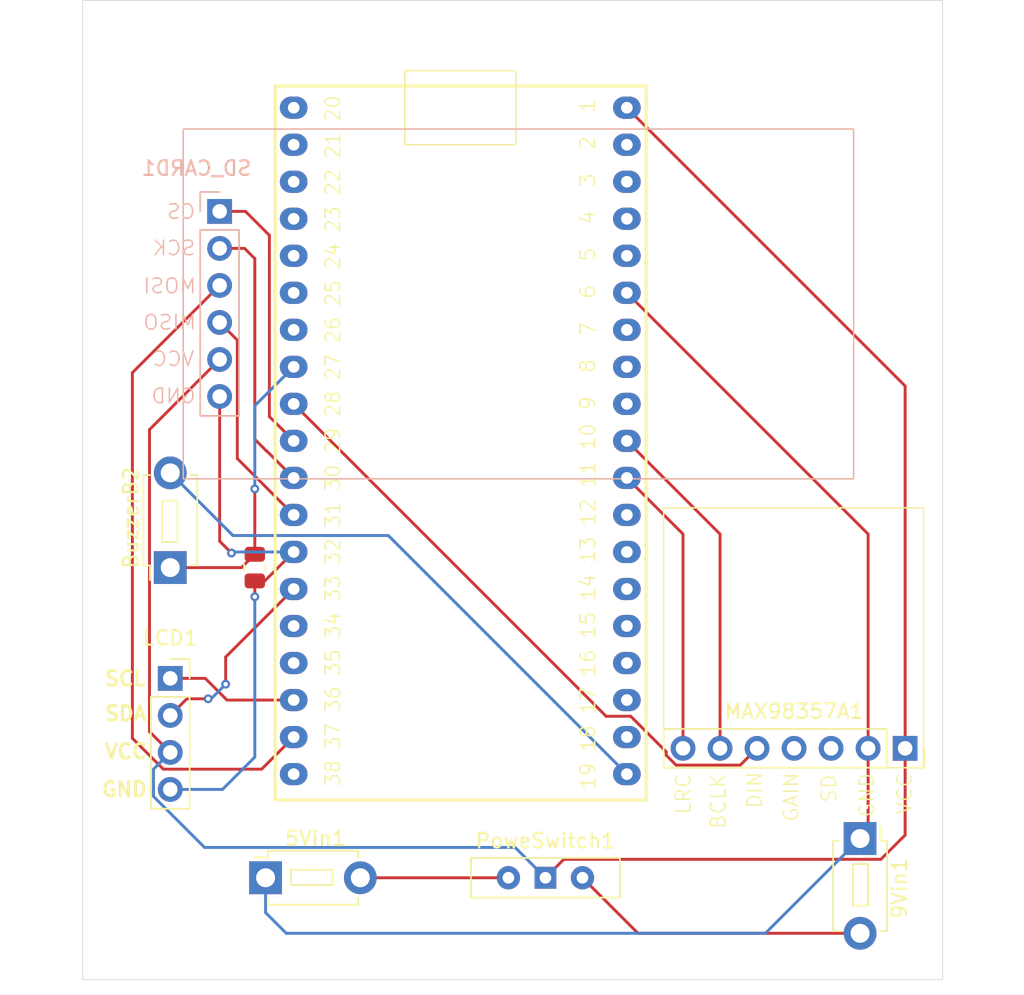
<source format=kicad_pcb>
(kicad_pcb (version 20241229) (generator "pcbnew") (generator_version "9.0")
  (layers (0 "F.Cu" signal) (2 "B.Cu" signal) (13 "F.Paste" user) (15 "B.Paste" user) (5 "F.SilkS" user "F.Silkscreen") (7 "B.SilkS" user "B.Silkscreen") (1 "F.Mask" user) (3 "B.Mask" user) (25 "Edge.Cuts" user))
  (net 0 "")
  (net 1 "Net-(MAX98357A1-Pin_6)")
  (net 2 "Net-(PoweSwitch1-C)")
  (net 3 "Net-(PoweSwitch1-A)")
  (net 4 "Net-(U1-GPIO16)")
  (net 10 "Net-(U1-3.3v)")
  (net 15 "Net-(LCD1-Pin_1)")
  (net 17 "Net-(LCD1-Pin_3)")
  (net 18 "Net-(LCD1-Pin_2)")
  (net 20 "Net-(LCD1-Pin_4)")
  (net 30 "Net-(SD_CARD1-Pin_2)")
  (net 31 "Net-(MAX98357A1-Pin_1)")
  (net 32 "Net-(MAX98357A1-Pin_3)")
  (net 33 "Net-(MAX98357A1-Pin_2)")
  (net 34 "Net-(SD_CARD1-Pin_3)")
  (net 37 "Net-(SD_CARD1-Pin_1)")
  (net 38 "Net-(SD_CARD1-Pin_4)")
  (footprint "MountingHole:MountingHole_3.2mm_M3" (layer "F.Cu") (at 178.308 75.692)
    (property "Reference" "REF**" (hide yes))
    (property "Value" "MountingHole_3.2mm_M3")
    (pad "" np_thru_hole circle (at 0 0) (size 3.2 3.2) (drill 3.2) (layers "*.Cu" "*.Mask"))
  )
  (footprint "Button_Switch_THT:SW_Slide-03_Wuerth-WS-SLTV_10x2.5x6.4_P2.54mm" (layer "F.Cu") (at 154.94 132.08)
    (property "Reference" "PoweSwitch1" (at 0 -2.54 0) (layer "F.SilkS"))
    (property "Value" "SPDT")
    (fp_rect (start -5.11 -1.36) (end 5.11 1.36) (stroke (width 0.12)) (fill no) (layer "F.SilkS"))
    (pad "1" thru_hole rect (at 0 0) (size 1.5 1.5) (drill 0.8) (layers "*.Cu" "*.Mask") (net 17 "Net-(LCD1-Pin_3)"))
    (pad "2" thru_hole circle (at -2.54 0) (size 1.6 1.6) (drill 0.8) (layers "*.Cu" "*.Mask") (net 2 "Net-(PoweSwitch1-C)"))
    (pad "3" thru_hole circle (at 2.54 0) (size 1.6 1.6) (drill 0.8) (layers "*.Cu" "*.Mask") (net 3 "Net-(PoweSwitch1-A)"))
  )
  (footprint "Button_Switch_THT:SW_PUSH_1P1T_6x3.5mm_H4.3_APEM_MJTP1243" (layer "F.Cu") (at 176.53 129.39 -90)
    (property "Reference" "9Vin1" (at 3.42 -2.7 90) (layer "F.SilkS"))
    (property "Value" "Power")
    (fp_line (start 0.15 1.85) (end 6.35 1.85) (stroke (width 0.12)) (layer "F.SilkS"))
    (fp_line (start 0.15 1.39) (end 0.15 1.85) (stroke (width 0.12)) (layer "F.SilkS"))
    (fp_line (start 6.35 1.39) (end 6.35 1.85) (stroke (width 0.12)) (layer "F.SilkS"))
    (fp_line (start 0.15 -1.39) (end -0.85 -1.39) (stroke (width 0.12)) (layer "F.SilkS"))
    (fp_line (start 0.15 -1.85) (end 0.15 -1.39) (stroke (width 0.12)) (layer "F.SilkS"))
    (fp_line (start 6.35 -1.85) (end 6.35 -1.39) (stroke (width 0.12)) (layer "F.SilkS"))
    (fp_line (start 6.35 -1.85) (end 0.15 -1.85) (stroke (width 0.12)) (layer "F.SilkS"))
    (fp_rect (start 1.75 -0.55) (end 4.6 0.5) (stroke (width 0.12)) (fill no) (layer "F.SilkS"))
    (pad "1" thru_hole rect (at 0 0) (size 2.25 2.25) (drill 1.3) (layers "*.Cu" "*.Mask") (net 1 "Net-(MAX98357A1-Pin_6)"))
    (pad "2" thru_hole circle (at 6.5 0) (size 2.25 2.25) (drill 1.3) (layers "*.Cu" "*.Mask") (net 3 "Net-(PoweSwitch1-A)"))
  )
  (footprint "MountingHole:MountingHole_3.2mm_M3" (layer "F.Cu") (at 127 135.128)
    (property "Reference" "REF**" (hide yes))
    (property "Value" "MountingHole_3.2mm_M3")
    (pad "" np_thru_hole circle (at 0 0) (size 3.2 3.2) (drill 3.2) (layers "*.Cu" "*.Mask"))
  )
  (footprint "MyComponents:MAX98357A" (layer "F.Cu") (at 164.38 123.2 90)
    (property "Reference" "MAX98357A1" (at 2.54 7.62 0) (layer "F.SilkS"))
    (property "Value" "LRBCDIGASDGV" (hide yes))
    (fp_line (start 1.33 -1.33) (end -1.33 -1.33) (stroke (width 0.12)) (layer "F.SilkS"))
    (fp_line (start 1.33 13.97) (end 1.33 -1.33) (stroke (width 0.12)) (layer "F.SilkS"))
    (fp_line (start 1.33 13.97) (end -1.33 13.97) (stroke (width 0.12)) (layer "F.SilkS"))
    (fp_line (start -1.33 13.97) (end -1.33 -1.33) (stroke (width 0.12)) (layer "F.SilkS"))
    (fp_line (start 0 16.57) (end -1.33 16.57) (stroke (width 0.12)) (layer "F.SilkS"))
    (fp_line (start -1.33 16.57) (end -1.33 15.24) (stroke (width 0.12)) (layer "F.SilkS"))
    (fp_rect (start -1.33 -1.33) (end 16.5 16.5) (stroke (width 0.1)) (fill no) (layer "F.SilkS"))
    (fp_text user "SD" (at -3.8 10.6 90) (layer "F.SilkS") (effects (font (thickness 0.1)) (justify left bottom)))
    (fp_text user "BCLK" (at -5.6 3 90) (layer "F.SilkS") (effects (font (thickness 0.1)) (justify left bottom)))
    (fp_text user "VCC" (at -4.6 15.8 90) (layer "F.SilkS") (effects (font (thickness 0.1)) (justify left bottom)))
    (fp_text user "LRC" (at -4.6 0.6 90) (layer "F.SilkS") (effects (font (thickness 0.1)) (justify left bottom)))
    (fp_text user "GND" (at -4.8 13.2 90) (layer "F.SilkS") (effects (font (thickness 0.1)) (justify left bottom)))
    (fp_text user "DIN" (at -4.2 5.5 90) (layer "F.SilkS") (effects (font (thickness 0.1)) (justify left bottom)))
    (fp_text user "GAIN" (at -5.1 8 90) (layer "F.SilkS") (effects (font (thickness 0.1)) (justify left bottom)))
    (pad "1" thru_hole circle (at 0 0 270) (size 1.7 1.7) (drill 1) (layers "*.Cu" "*.Mask") (net 31 "Net-(MAX98357A1-Pin_1)"))
    (pad "2" thru_hole circle (at 0 2.54 270) (size 1.7 1.7) (drill 1) (layers "*.Cu" "*.Mask") (net 33 "Net-(MAX98357A1-Pin_2)"))
    (pad "3" thru_hole circle (at 0 5.08 270) (size 1.7 1.7) (drill 1) (layers "*.Cu" "*.Mask") (net 32 "Net-(MAX98357A1-Pin_3)"))
    (pad "4" thru_hole circle (at 0 7.62 270) (size 1.7 1.7) (drill 1) (layers "*.Cu" "*.Mask"))
    (pad "5" thru_hole circle (at 0 10.16 270) (size 1.7 1.7) (drill 1) (layers "*.Cu" "*.Mask"))
    (pad "6" thru_hole circle (at 0 12.7 270) (size 1.7 1.7) (drill 1) (layers "*.Cu" "*.Mask") (net 1 "Net-(MAX98357A1-Pin_6)"))
    (pad "7" thru_hole rect (at 0 15.24 270) (size 1.7 1.7) (drill 1) (layers "*.Cu" "*.Mask") (net 17 "Net-(LCD1-Pin_3)"))
  )
  (footprint "Resistor_SMD:R_0805_2012Metric" (layer "F.Cu") (at 135 110.8 -90)
    (property "Reference" "R9" (hide yes))
    (property "Value" "220R")
    (fp_line (start -0.227064 0.735) (end 0.227064 0.735) (stroke (width 0.12)) (layer "F.SilkS"))
    (fp_line (start -0.227064 -0.735) (end 0.227064 -0.735) (stroke (width 0.12)) (layer "F.SilkS"))
    (pad "1" smd roundrect (at -0.9125 0 270) (size 1.025 1.4) (layers "F.Cu" "F.Mask" "F.Paste") (roundrect_rratio 0.243902) (net 4 "Net-(U1-GPIO16)"))
    (pad "2" smd roundrect (at 0.9125 0 270) (size 1.025 1.4) (layers "F.Cu" "F.Mask" "F.Paste") (roundrect_rratio 0.243902) (net 20 "Net-(LCD1-Pin_4)"))
  )
  (footprint "Connector_PinSocket_2.54mm:PinSocket_1x04_P2.54mm_Vertical" (layer "F.Cu") (at 129.2 118.4)
    (property "Reference" "LCD1" (at 0 -2.77 0) (layer "F.SilkS"))
    (property "Value" "SCSDVG")
    (fp_line (start -1.33 1.27) (end -1.33 8.95) (stroke (width 0.12)) (layer "F.SilkS"))
    (fp_line (start -1.33 1.27) (end 1.33 1.27) (stroke (width 0.12)) (layer "F.SilkS"))
    (fp_line (start -1.33 8.95) (end 1.33 8.95) (stroke (width 0.12)) (layer "F.SilkS"))
    (fp_line (start 0 -1.33) (end 1.33 -1.33) (stroke (width 0.12)) (layer "F.SilkS"))
    (fp_line (start 1.33 -1.33) (end 1.33 0) (stroke (width 0.12)) (layer "F.SilkS"))
    (fp_line (start 1.33 1.27) (end 1.33 8.95) (stroke (width 0.12)) (layer "F.SilkS"))
    (pad "1" thru_hole rect (at 0 0) (size 1.7 1.7) (drill 1) (layers "*.Cu" "*.Mask") (net 15 "Net-(LCD1-Pin_1)"))
    (pad "2" thru_hole circle (at 0 2.54) (size 1.7 1.7) (drill 1) (layers "*.Cu" "*.Mask") (net 18 "Net-(LCD1-Pin_2)"))
    (pad "3" thru_hole circle (at 0 5.08) (size 1.7 1.7) (drill 1) (layers "*.Cu" "*.Mask") (net 17 "Net-(LCD1-Pin_3)"))
    (pad "4" thru_hole circle (at 0 7.62) (size 1.7 1.7) (drill 1) (layers "*.Cu" "*.Mask") (net 20 "Net-(LCD1-Pin_4)"))
  )
  (footprint "ESP32:ESP32_38pin" (layer "F.Cu") (at 148.984183 102.273111 180)
    (property "Reference" "U1" (hide yes))
    (property "Value" "~" (hide yes))
    (fp_rect (start -3.923817 20.485111) (end 3.696183 25.565111) (stroke (width 0.1)) (fill no) (layer "F.SilkS"))
    (fp_rect (start -12.865114 -24.470004) (end 12.586183 24.521298) (stroke (width 0.2)) (fill no) (layer "F.SilkS"))
    (fp_text user "38 37 36 35 34 33 32 31 30 29 28 27 26 25 24 23 22 21 20" (at 8.040472 -23.602831 90) (layer "F.SilkS") (effects (font (size 1 0.95) (thickness 0.1)) (justify left bottom)))
    (fp_text user "19 18 17 16 15 14 13 12 11 10" (at -9.456926 -23.821627 90) (layer "F.SilkS") (effects (font (size 1 0.97) (thickness 0.1)) (justify left bottom)))
    (fp_text user "  9  8  7  6  5  4  3  2  1" (at -9.445416 0.623035 90) (layer "F.SilkS") (effects (font (size 1 1.03) (thickness 0.1)) (justify left bottom)))
    (pad "1" thru_hole oval (at -11.543817 23.025111 90) (size 1.524 1.9) (drill 0.8) (layers "*.Cu" "*.Mask") (net 17 "Net-(LCD1-Pin_3)"))
    (pad "2" thru_hole oval (at -11.543817 20.485111 90) (size 1.524 1.9) (drill 0.8) (layers "*.Cu" "*.Mask"))
    (pad "3" thru_hole oval (at -11.543817 17.945111 90) (size 1.524 1.9) (drill 0.8) (layers "*.Cu" "*.Mask"))
    (pad "4" thru_hole oval (at -11.543817 15.405111 90) (size 1.524 1.9) (drill 0.8) (layers "*.Cu" "*.Mask"))
    (pad "5" thru_hole oval (at -11.543817 12.865111 90) (size 1.524 1.9) (drill 0.8) (layers "*.Cu" "*.Mask"))
    (pad "6" thru_hole oval (at -11.543817 10.325111 90) (size 1.524 1.9) (drill 0.8) (layers "*.Cu" "*.Mask") (net 1 "Net-(MAX98357A1-Pin_6)"))
    (pad "7" thru_hole oval (at -11.543817 7.785111 90) (size 1.524 1.9) (drill 0.8) (layers "*.Cu" "*.Mask"))
    (pad "8" thru_hole oval (at -11.543817 5.245111 90) (size 1.524 1.9) (drill 0.8) (layers "*.Cu" "*.Mask"))
    (pad "9" thru_hole oval (at -11.543817 2.705111 90) (size 1.524 1.9) (drill 0.8) (layers "*.Cu" "*.Mask"))
    (pad "10" thru_hole oval (at -11.543817 0.165111 90) (size 1.524 1.9) (drill 0.8) (layers "*.Cu" "*.Mask") (net 33 "Net-(MAX98357A1-Pin_2)"))
    (pad "11" thru_hole oval (at -11.543817 -2.374889 90) (size 1.524 1.9) (drill 0.8) (layers "*.Cu" "*.Mask") (net 31 "Net-(MAX98357A1-Pin_1)"))
    (pad "12" thru_hole oval (at -11.543817 -4.914889 90) (size 1.524 1.9) (drill 0.8) (layers "*.Cu" "*.Mask"))
    (pad "13" thru_hole oval (at -11.543817 -7.454889 90) (size 1.524 1.9) (drill 0.8) (layers "*.Cu" "*.Mask"))
    (pad "14" thru_hole oval (at -11.543817 -9.994889 90) (size 1.524 1.9) (drill 0.8) (layers "*.Cu" "*.Mask"))
    (pad "15" thru_hole oval (at -11.543817 -12.534889 90) (size 1.524 1.9) (drill 0.8) (layers "*.Cu" "*.Mask"))
    (pad "16" thru_hole oval (at -11.543817 -15.074889 90) (size 1.524 1.9) (drill 0.8) (layers "*.Cu" "*.Mask"))
    (pad "17" thru_hole oval (at -11.543817 -17.614889 90) (size 1.524 1.9) (drill 0.8) (layers "*.Cu" "*.Mask"))
    (pad "18" thru_hole oval (at -11.543817 -20.154889 90) (size 1.524 1.9) (drill 0.8) (layers "*.Cu" "*.Mask"))
    (pad "19" thru_hole oval (at -11.543817 -22.694889 90) (size 1.524 1.9) (drill 0.8) (layers "*.Cu" "*.Mask") (net 10 "Net-(U1-3.3v)"))
    (pad "20" thru_hole oval (at 11.316183 23.025111 90) (size 1.524 1.9) (drill 0.8) (layers "*.Cu" "*.Mask"))
    (pad "21" thru_hole oval (at 11.316183 20.485111 90) (size 1.524 1.9) (drill 0.8) (layers "*.Cu" "*.Mask"))
    (pad "22" thru_hole oval (at 11.316183 17.945111 90) (size 1.524 1.9) (drill 0.8) (layers "*.Cu" "*.Mask"))
    (pad "23" thru_hole oval (at 11.316183 15.405111 90) (size 1.524 1.9) (drill 0.8) (layers "*.Cu" "*.Mask"))
    (pad "24" thru_hole oval (at 11.316183 12.865111 90) (size 1.524 1.9) (drill 0.8) (layers "*.Cu" "*.Mask"))
    (pad "25" thru_hole oval (at 11.316183 10.325111 90) (size 1.524 1.9) (drill 0.8) (layers "*.Cu" "*.Mask"))
    (pad "26" thru_hole oval (at 11.316183 7.785111 90) (size 1.524 1.9) (drill 0.8) (layers "*.Cu" "*.Mask"))
    (pad "27" thru_hole oval (at 11.316183 5.245111 90) (size 1.524 1.9) (drill 0.8) (layers "*.Cu" "*.Mask") (net 4 "Net-(U1-GPIO16)"))
    (pad "28" thru_hole oval (at 11.316183 2.705111 90) (size 1.524 1.9) (drill 0.8) (layers "*.Cu" "*.Mask") (net 32 "Net-(MAX98357A1-Pin_3)"))
    (pad "29" thru_hole oval (at 11.316183 0.165111 90) (size 1.524 1.9) (drill 0.8) (layers "*.Cu" "*.Mask") (net 37 "Net-(SD_CARD1-Pin_1)"))
    (pad "30" thru_hole oval (at 11.316183 -2.374889 90) (size 1.524 1.9) (drill 0.8) (layers "*.Cu" "*.Mask") (net 30 "Net-(SD_CARD1-Pin_2)"))
    (pad "31" thru_hole oval (at 11.316183 -4.914889 90) (size 1.524 1.9) (drill 0.8) (layers "*.Cu" "*.Mask") (net 38 "Net-(SD_CARD1-Pin_4)"))
    (pad "32" thru_hole oval (at 11.316183 -7.454889 90) (size 1.524 1.9) (drill 0.8) (layers "*.Cu" "*.Mask") (net 20 "Net-(LCD1-Pin_4)"))
    (pad "33" thru_hole oval (at 11.316183 -9.994889 90) (size 1.524 1.9) (drill 0.8) (layers "*.Cu" "*.Mask") (net 18 "Net-(LCD1-Pin_2)"))
    (pad "34" thru_hole oval (at 11.316183 -12.534889 90) (size 1.524 1.9) (drill 0.8) (layers "*.Cu" "*.Mask"))
    (pad "35" thru_hole oval (at 11.316183 -15.074889 90) (size 1.524 1.9) (drill 0.8) (layers "*.Cu" "*.Mask"))
    (pad "36" thru_hole oval (at 11.316183 -17.614889 90) (size 1.524 1.9) (drill 0.8) (layers "*.Cu" "*.Mask") (net 15 "Net-(LCD1-Pin_1)"))
    (pad "37" thru_hole oval (at 11.316183 -20.154889 90) (size 1.524 1.9) (drill 0.8) (layers "*.Cu" "*.Mask") (net 34 "Net-(SD_CARD1-Pin_3)"))
    (pad "38" thru_hole oval (at 11.316183 -22.694889 90) (size 1.524 1.9) (drill 0.8) (layers "*.Cu" "*.Mask"))
  )
  (footprint "Button_Switch_THT:SW_PUSH_1P1T_6x3.5mm_H4.3_APEM_MJTP1243" (layer "F.Cu") (at 135.74 132.08)
    (property "Reference" "5Vin1" (at 3.42 -2.7 0) (layer "F.SilkS"))
    (property "Value" "Power")
    (fp_line (start 0.15 -1.85) (end 0.15 -1.39) (stroke (width 0.12)) (layer "F.SilkS"))
    (fp_line (start 0.15 -1.39) (end -0.85 -1.39) (stroke (width 0.12)) (layer "F.SilkS"))
    (fp_line (start 0.15 1.39) (end 0.15 1.85) (stroke (width 0.12)) (layer "F.SilkS"))
    (fp_line (start 0.15 1.85) (end 6.35 1.85) (stroke (width 0.12)) (layer "F.SilkS"))
    (fp_line (start 6.35 -1.85) (end 0.15 -1.85) (stroke (width 0.12)) (layer "F.SilkS"))
    (fp_line (start 6.35 -1.85) (end 6.35 -1.39) (stroke (width 0.12)) (layer "F.SilkS"))
    (fp_line (start 6.35 1.39) (end 6.35 1.85) (stroke (width 0.12)) (layer "F.SilkS"))
    (fp_rect (start 1.75 -0.55) (end 4.6 0.5) (stroke (width 0.12)) (fill no) (layer "F.SilkS"))
    (pad "1" thru_hole rect (at 0 0 90) (size 2.25 2.25) (drill 1.3) (layers "*.Cu" "*.Mask") (net 1 "Net-(MAX98357A1-Pin_6)"))
    (pad "2" thru_hole circle (at 6.5 0 90) (size 2.25 2.25) (drill 1.3) (layers "*.Cu" "*.Mask") (net 2 "Net-(PoweSwitch1-C)"))
  )
  (footprint "Button_Switch_THT:SW_PUSH_1P1T_6x3.5mm_H4.3_APEM_MJTP1243" (layer "F.Cu") (at 129.2 110.8 90)
    (property "Reference" "BuzzerB2" (at 3.42 -2.7 90) (layer "F.SilkS"))
    (property "Value" "SPST" (hide yes))
    (fp_line (start 6.35 -1.85) (end 0.15 -1.85) (stroke (width 0.12)) (layer "F.SilkS"))
    (fp_line (start 6.35 -1.85) (end 6.35 -1.39) (stroke (width 0.12)) (layer "F.SilkS"))
    (fp_line (start 0.15 -1.85) (end 0.15 -1.39) (stroke (width 0.12)) (layer "F.SilkS"))
    (fp_line (start 0.15 -1.39) (end -0.85 -1.39) (stroke (width 0.12)) (layer "F.SilkS"))
    (fp_line (start 6.35 1.39) (end 6.35 1.85) (stroke (width 0.12)) (layer "F.SilkS"))
    (fp_line (start 0.15 1.39) (end 0.15 1.85) (stroke (width 0.12)) (layer "F.SilkS"))
    (fp_line (start 0.15 1.85) (end 6.35 1.85) (stroke (width 0.12)) (layer "F.SilkS"))
    (fp_rect (start 1.75 -0.55) (end 4.6 0.5) (stroke (width 0.12)) (fill no) (layer "F.SilkS"))
    (pad "1" thru_hole rect (at 0 0 180) (size 2.25 2.25) (drill 1.3) (layers "*.Cu" "*.Mask") (net 4 "Net-(U1-GPIO16)"))
    (pad "2" thru_hole circle (at 6.5 0 180) (size 2.25 2.25) (drill 1.3) (layers "*.Cu" "*.Mask") (net 10 "Net-(U1-3.3v)"))
  )
  (footprint "MountingHole:MountingHole_3.2mm_M3" (layer "F.Cu") (at 127 75.692)
    (property "Reference" "REF**" (hide yes))
    (property "Value" "MountingHole_3.2mm_M3")
    (pad "" np_thru_hole circle (at 0 0) (size 3.2 3.2) (drill 3.2) (layers "*.Cu" "*.Mask"))
  )
  (footprint "MyComponents:Micro SD Card Module" (layer "B.Cu") (at 132.588 86.435 180)
    (property "Reference" "SD_CARD1" (at 1.588 3.035 0) (layer "B.SilkS") (effects (justify mirror)))
    (property "Value" "CSSCMOMIVG")
    (fp_line (start 1.33 1.405) (end 1.33 0.075) (stroke (width 0.12)) (layer "B.SilkS"))
    (fp_line (start 1.33 -1.195) (end 1.33 -13.955) (stroke (width 0.12)) (layer "B.SilkS"))
    (fp_line (start 0 1.405) (end 1.33 1.405) (stroke (width 0.12)) (layer "B.SilkS"))
    (fp_line (start -1.33 -1.195) (end 1.33 -1.195) (stroke (width 0.12)) (layer "B.SilkS"))
    (fp_line (start -1.33 -1.195) (end -1.33 -13.955) (stroke (width 0.12)) (layer "B.SilkS"))
    (fp_line (start -1.33 -13.955) (end 1.33 -13.955) (stroke (width 0.12)) (layer "B.SilkS"))
    (fp_rect (start -43.5 5.725) (end 2.5 -18.275) (stroke (width 0.1)) (fill no) (layer "B.SilkS"))
    (fp_text user "CS" (at 1.6 -0.525 0) (layer "B.SilkS") (effects (font (thickness 0.1)) (justify left bottom mirror)))
    (fp_text user "GND" (at 1.575 -13.175 0) (layer "B.SilkS") (effects (font (thickness 0.1)) (justify left bottom mirror)))
    (fp_text user "MOSI" (at 1.55 -5.625 0) (layer "B.SilkS") (effects (font (thickness 0.1)) (justify left bottom mirror)))
    (fp_text user "SCK" (at 1.6 -3.025 0) (layer "B.SilkS") (effects (font (thickness 0.1)) (justify left bottom mirror)))
    (fp_text user "VCC" (at 1.675 -10.625 0) (layer "B.SilkS") (effects (font (thickness 0.1)) (justify left bottom mirror)))
    (fp_text user "MISO" (at 1.55 -8.125 0) (layer "B.SilkS") (effects (font (thickness 0.1)) (justify left bottom mirror)))
    (pad "1" thru_hole rect (at 0 0.075 180) (size 1.7 1.7) (drill 1) (layers "*.Cu" "*.Mask") (net 37 "Net-(SD_CARD1-Pin_1)"))
    (pad "2" thru_hole circle (at 0 -2.465 180) (size 1.7 1.7) (drill 1) (layers "*.Cu" "*.Mask") (net 30 "Net-(SD_CARD1-Pin_2)"))
    (pad "3" thru_hole circle (at 0 -5.005 180) (size 1.7 1.7) (drill 1) (layers "*.Cu" "*.Mask") (net 34 "Net-(SD_CARD1-Pin_3)"))
    (pad "4" thru_hole circle (at 0 -7.545 180) (size 1.7 1.7) (drill 1) (layers "*.Cu" "*.Mask") (net 38 "Net-(SD_CARD1-Pin_4)"))
    (pad "5" thru_hole circle (at 0 -10.085 180) (size 1.7 1.7) (drill 1) (layers "*.Cu" "*.Mask") (net 17 "Net-(LCD1-Pin_3)"))
    (pad "6" thru_hole circle (at 0 -12.625 180) (size 1.7 1.7) (drill 1) (layers "*.Cu" "*.Mask") (net 20 "Net-(LCD1-Pin_4)"))
  )
  (gr_rect (start 123.19 71.882) (end 182.19 139.065) (stroke (width 0.05)) (fill no) (layer "Edge.Cuts"))
  (gr_text "GND	" (at 124.4 126.6 0) (layer "F.SilkS") (effects (font (size 1 1) (thickness 0.2) (bold yes)) (justify left bottom)))
  (gr_text "VCC" (at 124.6 124 0) (layer "F.SilkS") (effects (font (size 1 1) (thickness 0.2) (bold yes)) (justify left bottom)))
  (gr_text "SDA" (at 124.6 121.4 0) (layer "F.SilkS") (effects (font (size 1 1) (thickness 0.2) (bold yes)) (justify left bottom)))
  (gr_text "SCL" (at 124.6 119 0) (layer "F.SilkS") (effects (font (size 1 1) (thickness 0.2)) (justify left bottom)))
  (segment (start 177.08 123.2) (end 177.08 108.5) (width 0.2) (layer "F.Cu") (net 1))
  (segment (start 177.08 123.2) (end 177.08 128.84) (width 0.2) (layer "F.Cu") (net 1))
  (segment (start 177.08 128.84) (end 176.53 129.39) (width 0.2) (layer "F.Cu") (net 1))
  (segment (start 177.08 108.5) (end 160.528 91.948) (width 0.2) (layer "F.Cu") (net 1))
  (segment (start 135.74 134.47) (end 137.16 135.89) (width 0.2) (layer "B.Cu") (net 1))
  (segment (start 135.74 132.08) (end 135.74 134.47) (width 0.2) (layer "B.Cu") (net 1))
  (segment (start 137.16 135.89) (end 170.03 135.89) (width 0.2) (layer "B.Cu") (net 1))
  (segment (start 170.03 135.89) (end 176.53 129.39) (width 0.2) (layer "B.Cu") (net 1))
  (segment (start 142.24 132.08) (end 152.4 132.08) (width 0.2) (layer "F.Cu") (net 2))
  (segment (start 161.29 135.89) (end 157.48 132.08) (width 0.2) (layer "F.Cu") (net 3))
  (segment (start 176.53 135.89) (end 161.29 135.89) (width 0.2) (layer "F.Cu") (net 3))
  (segment (start 135 109.8875) (end 135 105.4) (width 0.2) (layer "F.Cu") (net 4))
  (segment (start 134.0875 110.8) (end 135 109.8875) (width 0.2) (layer "F.Cu") (net 4))
  (segment (start 129.2 110.8) (end 134.0875 110.8) (width 0.2) (layer "F.Cu") (net 4))
  (via (at 135 105.4) (size 0.6) (drill 0.3) (layers "F.Cu" "B.Cu") (net 4))
  (segment (start 135 99.696) (end 137.668 97.028) (width 0.2) (layer "B.Cu") (net 4))
  (segment (start 135 105.4) (end 135 99.696) (width 0.2) (layer "B.Cu") (net 4))
  (segment (start 144.16 108.6) (end 133.5 108.6) (width 0.2) (layer "B.Cu") (net 10))
  (segment (start 160.528 124.968) (end 144.16 108.6) (width 0.2) (layer "B.Cu") (net 10))
  (segment (start 133.5 108.6) (end 129.2 104.3) (width 0.2) (layer "B.Cu") (net 10))
  (segment (start 133.088 119.888) (end 131.6 118.4) (width 0.2) (layer "F.Cu") (net 15))
  (segment (start 131.6 118.4) (end 129.2 118.4) (width 0.2) (layer "F.Cu") (net 15))
  (segment (start 137.668 119.888) (end 133.088 119.888) (width 0.2) (layer "F.Cu") (net 15))
  (segment (start 179.62 123.2) (end 179.62 98.34) (width 0.2) (layer "F.Cu") (net 17))
  (segment (start 156.204 130.816) (end 177.956 130.816) (width 0.2) (layer "F.Cu") (net 17))
  (segment (start 179.62 129.152) (end 179.62 123.2) (width 0.2) (layer "F.Cu") (net 17))
  (segment (start 177.956 130.816) (end 179.62 129.152) (width 0.2) (layer "F.Cu") (net 17))
  (segment (start 129.2 123.48) (end 127.774 122.054) (width 0.2) (layer "F.Cu") (net 17))
  (segment (start 154.94 132.08) (end 156.204 130.816) (width 0.2) (layer "F.Cu") (net 17))
  (segment (start 179.62 98.34) (end 160.528 79.248) (width 0.2) (layer "F.Cu") (net 17))
  (segment (start 127.774 122.054) (end 127.774 101.334) (width 0.2) (layer "F.Cu") (net 17))
  (segment (start 127.774 101.334) (end 132.588 96.52) (width 0.2) (layer "F.Cu") (net 17))
  (segment (start 131.55224 130) (end 152.86 130) (width 0.2) (layer "B.Cu") (net 17))
  (segment (start 129.2 123.48) (end 128.049 124.631) (width 0.2) (layer "B.Cu") (net 17))
  (segment (start 152.86 130) (end 154.94 132.08) (width 0.2) (layer "B.Cu") (net 17))
  (segment (start 128.049 126.49676) (end 131.55224 130) (width 0.2) (layer "B.Cu") (net 17))
  (segment (start 128.049 124.631) (end 128.049 126.49676) (width 0.2) (layer "B.Cu") (net 17))
  (segment (start 133 116.936) (end 137.668 112.268) (width 0.2) (layer "F.Cu") (net 18))
  (segment (start 129.2 120.94) (end 130.34 119.8) (width 0.2) (layer "F.Cu") (net 18))
  (segment (start 133 118.8) (end 133 116.936) (width 0.2) (layer "F.Cu") (net 18))
  (segment (start 130.34 119.8) (end 131.8 119.8) (width 0.2) (layer "F.Cu") (net 18))
  (via (at 131.8 119.8) (size 0.6) (drill 0.3) (layers "F.Cu" "B.Cu") (net 18))
  (via (at 133 118.8) (size 0.6) (drill 0.3) (layers "F.Cu" "B.Cu") (net 18))
  (segment (start 131.8 119.8) (end 132 119.8) (width 0.2) (layer "B.Cu") (net 18))
  (segment (start 132 119.8) (end 133 118.8) (width 0.2) (layer "B.Cu") (net 18))
  (segment (start 133.4 109.8) (end 132.588 108.988) (width 0.2) (layer "F.Cu") (net 20))
  (segment (start 137.668 109.728) (end 135.6835 111.7125) (width 0.2) (layer "F.Cu") (net 20))
  (segment (start 132.588 108.988) (end 132.588 99.06) (width 0.2) (layer "F.Cu") (net 20))
  (segment (start 135 112.8) (end 135 111.7125) (width 0.2) (layer "F.Cu") (net 20))
  (segment (start 135.6835 111.7125) (end 135 111.7125) (width 0.2) (layer "F.Cu") (net 20))
  (via (at 135 112.8) (size 0.6) (drill 0.3) (layers "F.Cu" "B.Cu") (net 20))
  (via (at 133.4 109.8) (size 0.6) (drill 0.3) (layers "F.Cu" "B.Cu") (net 20))
  (segment (start 132.78 126.02) (end 129.2 126.02) (width 0.2) (layer "B.Cu") (net 20))
  (segment (start 133.472 109.728) (end 133.4 109.8) (width 0.2) (layer "B.Cu") (net 20))
  (segment (start 135 123.8) (end 132.78 126.02) (width 0.2) (layer "B.Cu") (net 20))
  (segment (start 135 112.8) (end 135 123.8) (width 0.2) (layer "B.Cu") (net 20))
  (segment (start 137.668 109.728) (end 133.472 109.728) (width 0.2) (layer "B.Cu") (net 20))
  (segment (start 134.3 88.9) (end 135 89.6) (width 0.2) (layer "F.Cu") (net 30))
  (segment (start 135 102) (end 135 89.6) (width 0.2) (layer "F.Cu") (net 30))
  (segment (start 132.588 88.9) (end 134.3 88.9) (width 0.2) (layer "F.Cu") (net 30))
  (segment (start 135.82 102.8) (end 137.668 104.648) (width 0.2) (layer "F.Cu") (net 30))
  (segment (start 135.82 102.8) (end 135.8 102.8) (width 0.2) (layer "F.Cu") (net 30))
  (segment (start 135.8 102.8) (end 135 102) (width 0.2) (layer "F.Cu") (net 30))
  (segment (start 164.38 108.5) (end 160.528 104.648) (width 0.2) (layer "F.Cu") (net 31))
  (segment (start 164.38 123.2) (end 164.38 108.5) (width 0.2) (layer "F.Cu") (net 31))
  (segment (start 168.309 124.351) (end 169.46 123.2) (width 0.2) (layer "F.Cu") (net 32))
  (segment (start 163.229 123.67676) (end 163.90324 124.351) (width 0.2) (layer "F.Cu") (net 32))
  (segment (start 137.668 99.568) (end 159.1 121) (width 0.2) (layer "F.Cu") (net 32))
  (segment (start 159.1 121) (end 160.791309 121) (width 0.2) (layer "F.Cu") (net 32))
  (segment (start 163.90324 124.351) (end 168.309 124.351) (width 0.2) (layer "F.Cu") (net 32))
  (segment (start 163.229 123.437691) (end 163.229 123.67676) (width 0.2) (layer "F.Cu") (net 32))
  (segment (start 160.791309 121) (end 163.229 123.437691) (width 0.2) (layer "F.Cu") (net 32))
  (segment (start 166.92 108.5) (end 160.528 102.108) (width 0.2) (layer "F.Cu") (net 33))
  (segment (start 166.92 123.2) (end 166.92 108.5) (width 0.2) (layer "F.Cu") (net 33))
  (segment (start 135.465 124.631) (end 128.72324 124.631) (width 0.2) (layer "F.Cu") (net 34))
  (segment (start 137.668 122.428) (end 135.465 124.631) (width 0.2) (layer "F.Cu") (net 34))
  (segment (start 128.72324 124.631) (end 126.6 122.50776) (width 0.2) (layer "F.Cu") (net 34))
  (segment (start 126.6 97.428) (end 132.588 91.44) (width 0.2) (layer "F.Cu") (net 34))
  (segment (start 126.6 122.50776) (end 126.6 97.428) (width 0.2) (layer "F.Cu") (net 34))
  (segment (start 136 100.44) (end 136 88) (width 0.2) (layer "F.Cu") (net 37))
  (segment (start 136 88) (end 134.36 86.36) (width 0.2) (layer "F.Cu") (net 37))
  (segment (start 134.36 86.36) (end 132.588 86.36) (width 0.2) (layer "F.Cu") (net 37))
  (segment (start 137.668 102.108) (end 136 100.44) (width 0.2) (layer "F.Cu") (net 37))
  (segment (start 133.8 103.32) (end 137.668 107.188) (width 0.2) (layer "F.Cu") (net 38))
  (segment (start 132.588 93.98) (end 133.8 95.192) (width 0.2) (layer "F.Cu") (net 38))
  (segment (start 133.8 95.192) (end 133.8 103.32) (width 0.2) (layer "F.Cu") (net 38))
)
</source>
